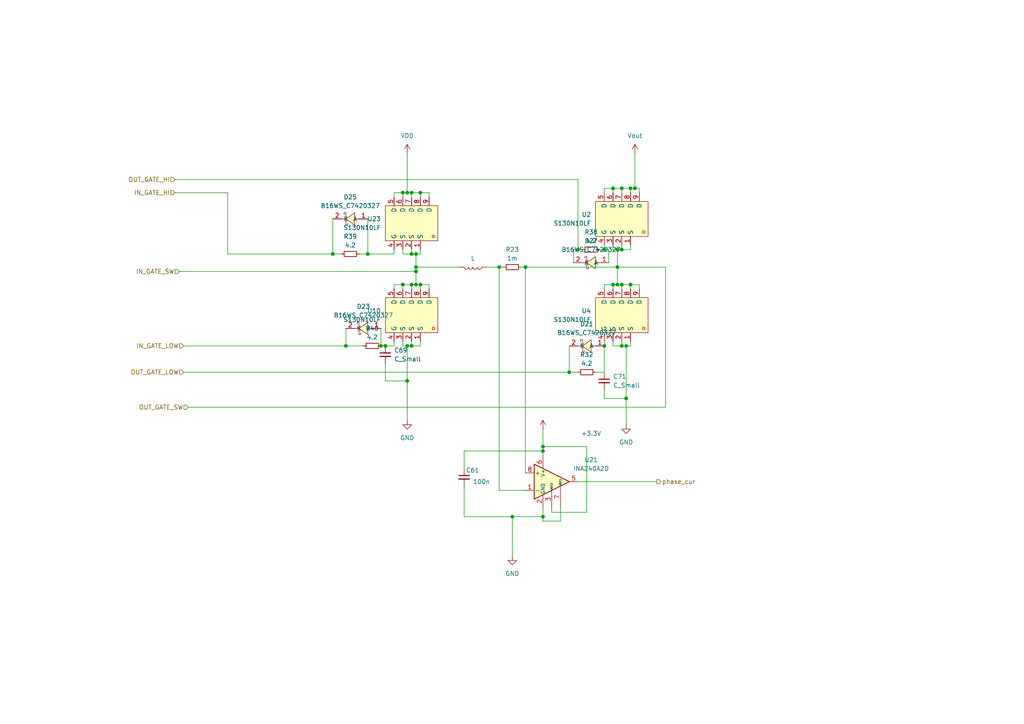
<source format=kicad_sch>
(kicad_sch (version 20231120) (generator "eeschema") (generator_version "8.0")
  (paper "A4")
  (lib_symbols
    (symbol "Amplifier_Current:INA240A2D" (pin_names (offset 0.127))
      (property "Reference" "U" (at 3.81 3.81 0))
      (property "Value" "INA240A2D" (at 3.81 -2.54 0))
      (symbol "INA240A2D_0_1"
        (polyline (pts (xy 5.08 0) (xy -5.08 5.08) (xy -5.08 -5.08) (xy 5.08 0)) (stroke (width 0.254)) (fill (type background)))
      )
      (symbol "INA240A2D_1_1"
        (pin input line (at -7.62 -2.54 0) (length 2.54) (name "-") (number "1"))
        (pin power_in line (at -2.54 -7.62 90) (length 3.81) (name "GND") (number "2"))
        (pin passive line (at 0 -7.62 90) (length 5.08) (name "REF2") (number "3"))
        (pin passive line (at -2.54 -7.62 90) (length 3.81) hide (name "GND") (number "4"))
        (pin output line (at 7.62 0 180) (length 2.54) (name "~") (number "5"))
        (pin power_in line (at -2.54 7.62 270) (length 3.81) (name "V+") (number "6"))
        (pin passive line (at 2.54 -7.62 90) (length 6.35) (name "REF1") (number "7"))
        (pin input line (at -7.62 2.54 0) (length 2.54) (name "+") (number "8"))
      )
    )
    (symbol "Device:C_Small" (pin_numbers hide) (pin_names (offset 0.254) hide)
      (property "Reference" "C" (at 0.254 1.778 0))
      (property "Value" "C_Small" (at 0.254 -2.032 0))
      (symbol "C_Small_0_1"
        (polyline (pts (xy -1.524 -0.508) (xy 1.524 -0.508)) (stroke (width 0.3302)))
        (polyline (pts (xy -1.524 0.508) (xy 1.524 0.508)) (stroke (width 0.3048)))
      )
      (symbol "C_Small_1_1"
        (pin passive line (at 0 2.54 270) (length 2.032) (name "~") (number "1"))
        (pin passive line (at 0 -2.54 90) (length 2.032) (name "~") (number "2"))
      )
    )
    (symbol "Device:L" (pin_numbers hide) (pin_names (offset 1.016) hide)
      (property "Reference" "L" (at -1.27 0 90))
      (property "Value" "L" (at 1.905 0 90))
      (symbol "L_0_1"
        (arc (start 0 -2.54) (mid 0.6323 -1.905) (end 0 -1.27))
        (arc (start 0 -1.27) (mid 0.6323 -0.635) (end 0 0))
        (arc (start 0 0) (mid 0.6323 0.635) (end 0 1.27))
        (arc (start 0 1.27) (mid 0.6323 1.905) (end 0 2.54))
      )
      (symbol "L_1_1"
        (pin passive line (at 0 3.81 270) (length 1.27) (name "1") (number "1"))
        (pin passive line (at 0 -3.81 90) (length 1.27) (name "2") (number "2"))
      )
    )
    (symbol "Device:R_Small" (pin_numbers hide) (pin_names (offset 0.254) hide)
      (property "Reference" "R" (at 0.762 0.508 0))
      (property "Value" "R_Small" (at 0.762 -1.016 0))
      (symbol "R_Small_0_1"
        (rectangle (start -0.762 1.778) (end 0.762 -1.778) (stroke (width 0.2032)))
      )
      (symbol "R_Small_1_1"
        (pin passive line (at 0 2.54 270) (length 0.762) (name "~") (number "1"))
        (pin passive line (at 0 -2.54 90) (length 0.762) (name "~") (number "2"))
      )
    )
    (symbol "easyeda2kicad:B16WS_C7420327"
      (property "Reference" "D" (at 0 5.08 0))
      (property "Value" "B16WS_C7420327" (at 0 -5.08 0))
      (symbol "B16WS_C7420327_0_1"
        (polyline (pts (xy -2.54 0) (xy -1.27 0)))
        (polyline (pts (xy 1.27 0) (xy 2.54 0)))
        (polyline (pts (xy -1.27 -1.78) (xy 1.27 0) (xy -1.27 1.78) (xy -1.27 -1.78)) (fill (type background)))
        (polyline (pts (xy 1.78 -1.27) (xy 1.78 -1.78) (xy 1.27 -1.78) (xy 1.27 1.78) (xy 0.76 1.78) (xy 0.76 1.27)))
        (pin unspecified line (at -5.08 0 0) (length 2.54) (name "A") (number "1"))
        (pin unspecified line (at 5.08 0 180) (length 2.54) (name "K") (number "2"))
      )
    )
    (symbol "easyeda2kicad:S130N10LF"
      (property "Reference" "U" (at 0 10.16 0))
      (property "Value" "S130N10LF" (at 0 -10.16 0))
      (symbol "S130N10LF_0_1"
        (rectangle (start -5.08 7.62) (end 5.08 -7.62) (fill (type background)))
        (circle (center -3.81 6.35) (radius 0.38))
        (pin unspecified line (at -7.62 2.54 0) (length 2.54) (name "S") (number "1"))
        (pin unspecified line (at -7.62 0 0) (length 2.54) (name "S") (number "2"))
        (pin unspecified line (at -7.62 -2.54 0) (length 2.54) (name "S") (number "3"))
        (pin unspecified line (at -7.62 -5.08 0) (length 2.54) (name "G") (number "4"))
        (pin unspecified line (at 7.62 -5.08 180) (length 2.54) (name "D") (number "5"))
        (pin unspecified line (at 7.62 -2.54 180) (length 2.54) (name "D") (number "6"))
        (pin unspecified line (at 7.62 0 180) (length 2.54) (name "D") (number "7"))
        (pin unspecified line (at 7.62 2.54 180) (length 2.54) (name "D") (number "8"))
        (pin unspecified line (at 7.62 5.08 180) (length 2.54) (name "D") (number "9"))
      )
    )
    (symbol "power:+3.3V" (power) (pin_numbers hide) (pin_names (offset 0) hide)
      (property "Value" "+3.3V" (at 0 3.556 0))
      (symbol "+3.3V_0_1"
        (polyline (pts (xy -0.762 1.27) (xy 0 2.54)))
        (polyline (pts (xy 0 0) (xy 0 2.54)))
        (polyline (pts (xy 0 2.54) (xy 0.762 1.27)))
      )
      (symbol "+3.3V_1_1"
        (pin power_in line (at 0 0 90) (length 0) (name "~") (number "1"))
      )
    )
    (symbol "power:GND" (power) (pin_numbers hide) (pin_names (offset 0) hide)
      (property "Value" "GND" (at 0 -3.81 0))
      (symbol "GND_0_1"
        (polyline (pts (xy 0 0) (xy 0 -1.27) (xy 1.27 -1.27) (xy 0 -2.54) (xy -1.27 -1.27) (xy 0 -1.27)))
      )
      (symbol "GND_1_1"
        (pin power_in line (at 0 0 270) (length 0) (name "~") (number "1"))
      )
    )
    (symbol "power:VBUS" (power) (pin_numbers hide) (pin_names (offset 0) hide)
      (property "Value" "VBUS" (at 0 3.556 0))
      (symbol "VBUS_0_1"
        (polyline (pts (xy -0.762 1.27) (xy 0 2.54)))
        (polyline (pts (xy 0 0) (xy 0 2.54)))
        (polyline (pts (xy 0 2.54) (xy 0.762 1.27)))
      )
      (symbol "VBUS_1_1"
        (pin power_in line (at 0 0 90) (length 0) (name "~") (number "1"))
      )
    )
    (symbol "power:VDD" (power) (pin_numbers hide) (pin_names (offset 0) hide)
      (property "Value" "VDD" (at 0 3.556 0))
      (symbol "VDD_0_1"
        (polyline (pts (xy -0.762 1.27) (xy 0 2.54)))
        (polyline (pts (xy 0 0) (xy 0 2.54)))
        (polyline (pts (xy 0 2.54) (xy 0.762 1.27)))
      )
      (symbol "VDD_1_1"
        (pin power_in line (at 0 0 90) (length 0) (name "~") (number "1"))
      )
    )
  )
  (junction (at 118.11 100.33))
  (junction (at 100.33 100.33))
  (junction (at 179.07 77.47))
  (junction (at 177.8 54.61))
  (junction (at 119.38 100.33))
  (junction (at 120.65 82.55))
  (junction (at 120.65 78.74))
  (junction (at 106.68 73.66))
  (junction (at 179.07 82.55))
  (junction (at 167.64 72.39))
  (junction (at 179.07 72.39))
  (junction (at 181.61 100.33))
  (junction (at 116.84 55.88))
  (junction (at 184.15 54.61))
  (junction (at 119.38 55.88))
  (junction (at 175.26 100.33))
  (junction (at 118.11 55.88))
  (junction (at 180.34 72.39))
  (junction (at 96.52 73.66))
  (junction (at 180.34 82.55))
  (junction (at 180.34 100.33))
  (junction (at 111.76 100.33))
  (junction (at 144.78 77.47))
  (junction (at 148.59 149.86))
  (junction (at 120.65 77.47))
  (junction (at 165.1 107.95))
  (junction (at 181.61 115.57))
  (junction (at 175.26 72.39))
  (junction (at 152.4 77.47))
  (junction (at 157.48 129.54))
  (junction (at 177.8 82.55))
  (junction (at 157.48 149.86))
  (junction (at 116.84 82.55))
  (junction (at 119.38 73.66))
  (junction (at 121.92 55.88))
  (junction (at 182.88 82.55))
  (junction (at 182.88 54.61))
  (junction (at 157.48 130.81))
  (junction (at 180.34 54.61))
  (junction (at 110.49 100.33))
  (junction (at 118.11 110.49))
  (junction (at 121.92 82.55))
  (junction (at 120.65 73.66))
  (junction (at 119.38 82.55))
  (wire (pts (xy 119.38 57.15) (xy 119.38 55.88)))
  (wire (pts (xy 111.76 105.41) (xy 111.76 110.49)))
  (wire (pts (xy 144.78 77.47) (xy 146.05 77.47)))
  (wire (pts (xy 144.78 77.47) (xy 144.78 142.24)))
  (wire (pts (xy 179.07 77.47) (xy 179.07 82.55)))
  (wire (pts (xy 120.65 78.74) (xy 120.65 82.55)))
  (wire (pts (xy 181.61 100.33) (xy 181.61 115.57)))
  (wire (pts (xy 119.38 100.33) (xy 119.38 99.06)))
  (wire (pts (xy 175.26 100.33) (xy 175.26 107.95)))
  (wire (pts (xy 182.88 71.12) (xy 182.88 72.39)))
  (wire (pts (xy 175.26 71.12) (xy 175.26 72.39)))
  (wire (pts (xy 118.11 100.33) (xy 118.11 110.49)))
  (wire (pts (xy 180.34 72.39) (xy 180.34 71.12)))
  (wire (pts (xy 52.07 78.74) (xy 120.65 78.74)))
  (wire (pts (xy 179.07 72.39) (xy 179.07 77.47)))
  (wire (pts (xy 182.88 72.39) (xy 180.34 72.39)))
  (wire (pts (xy 175.26 72.39) (xy 173.99 72.39)))
  (wire (pts (xy 177.8 72.39) (xy 179.07 72.39)))
  (wire (pts (xy 177.8 82.55) (xy 177.8 83.82)))
  (wire (pts (xy 119.38 83.82) (xy 119.38 82.55)))
  (wire (pts (xy 180.34 55.88) (xy 180.34 54.61)))
  (wire (pts (xy 167.64 139.7) (xy 190.5 139.7)))
  (wire (pts (xy 175.26 113.03) (xy 175.26 115.57)))
  (wire (pts (xy 179.07 82.55) (xy 180.34 82.55)))
  (wire (pts (xy 157.48 129.54) (xy 157.48 130.81)))
  (wire (pts (xy 116.84 55.88) (xy 116.84 57.15)))
  (wire (pts (xy 114.3 72.39) (xy 114.3 73.66)))
  (wire (pts (xy 175.26 99.06) (xy 175.26 100.33)))
  (wire (pts (xy 144.78 142.24) (xy 152.4 142.24)))
  (wire (pts (xy 116.84 100.33) (xy 118.11 100.33)))
  (wire (pts (xy 157.48 130.81) (xy 157.48 132.08)))
  (wire (pts (xy 160.02 147.32) (xy 160.02 148.59)))
  (wire (pts (xy 120.65 73.66) (xy 120.65 77.47)))
  (wire (pts (xy 120.65 77.47) (xy 133.35 77.47)))
  (wire (pts (xy 134.62 140.97) (xy 134.62 149.86)))
  (wire (pts (xy 116.84 82.55) (xy 116.84 83.82)))
  (wire (pts (xy 120.65 73.66) (xy 119.38 73.66)))
  (wire (pts (xy 121.92 57.15) (xy 121.92 55.88)))
  (wire (pts (xy 177.8 71.12) (xy 177.8 72.39)))
  (wire (pts (xy 177.8 54.61) (xy 180.34 54.61)))
  (wire (pts (xy 166.37 72.39) (xy 166.37 76.2)))
  (wire (pts (xy 152.4 77.47) (xy 152.4 137.16)))
  (wire (pts (xy 110.49 95.25) (xy 110.49 100.33)))
  (wire (pts (xy 119.38 55.88) (xy 118.11 55.88)))
  (wire (pts (xy 124.46 83.82) (xy 124.46 82.55)))
  (wire (pts (xy 177.8 100.33) (xy 180.34 100.33)))
  (wire (pts (xy 152.4 77.47) (xy 179.07 77.47)))
  (wire (pts (xy 151.13 77.47) (xy 152.4 77.47)))
  (wire (pts (xy 175.26 82.55) (xy 177.8 82.55)))
  (wire (pts (xy 116.84 99.06) (xy 116.84 100.33)))
  (wire (pts (xy 175.26 115.57) (xy 181.61 115.57)))
  (wire (pts (xy 119.38 82.55) (xy 116.84 82.55)))
  (wire (pts (xy 172.72 107.95) (xy 175.26 107.95)))
  (wire (pts (xy 175.26 54.61) (xy 177.8 54.61)))
  (wire (pts (xy 148.59 149.86) (xy 157.48 149.86)))
  (wire (pts (xy 121.92 100.33) (xy 119.38 100.33)))
  (wire (pts (xy 157.48 149.86) (xy 157.48 147.32)))
  (wire (pts (xy 121.92 82.55) (xy 124.46 82.55)))
  (wire (pts (xy 182.88 82.55) (xy 185.42 82.55)))
  (wire (pts (xy 162.56 147.32) (xy 162.56 151.13)))
  (wire (pts (xy 165.1 107.95) (xy 167.64 107.95)))
  (wire (pts (xy 182.88 55.88) (xy 182.88 54.61)))
  (wire (pts (xy 120.65 77.47) (xy 120.65 78.74)))
  (wire (pts (xy 170.18 148.59) (xy 170.18 129.54)))
  (wire (pts (xy 193.04 118.11) (xy 193.04 77.47)))
  (wire (pts (xy 124.46 55.88) (xy 121.92 55.88)))
  (wire (pts (xy 181.61 115.57) (xy 181.61 123.19)))
  (wire (pts (xy 175.26 55.88) (xy 175.26 54.61)))
  (wire (pts (xy 176.53 76.2) (xy 176.53 72.39)))
  (wire (pts (xy 134.62 130.81) (xy 157.48 130.81)))
  (wire (pts (xy 106.68 73.66) (xy 114.3 73.66)))
  (wire (pts (xy 50.8 55.88) (xy 66.04 55.88)))
  (wire (pts (xy 182.88 99.06) (xy 182.88 100.33)))
  (wire (pts (xy 176.53 72.39) (xy 175.26 72.39)))
  (wire (pts (xy 175.26 83.82) (xy 175.26 82.55)))
  (wire (pts (xy 177.8 82.55) (xy 179.07 82.55)))
  (wire (pts (xy 106.68 63.5) (xy 106.68 73.66)))
  (wire (pts (xy 114.3 82.55) (xy 116.84 82.55)))
  (wire (pts (xy 184.15 44.45) (xy 184.15 54.61)))
  (wire (pts (xy 50.8 52.07) (xy 167.64 52.07)))
  (wire (pts (xy 180.34 82.55) (xy 182.88 82.55)))
  (wire (pts (xy 66.04 73.66) (xy 96.52 73.66)))
  (wire (pts (xy 121.92 99.06) (xy 121.92 100.33)))
  (wire (pts (xy 157.48 151.13) (xy 157.48 149.86)))
  (wire (pts (xy 182.88 54.61) (xy 180.34 54.61)))
  (wire (pts (xy 53.34 107.95) (xy 165.1 107.95)))
  (wire (pts (xy 119.38 73.66) (xy 119.38 72.39)))
  (wire (pts (xy 134.62 149.86) (xy 148.59 149.86)))
  (wire (pts (xy 66.04 73.66) (xy 66.04 55.88)))
  (wire (pts (xy 134.62 130.81) (xy 134.62 135.89)))
  (wire (pts (xy 118.11 110.49) (xy 118.11 121.92)))
  (wire (pts (xy 96.52 63.5) (xy 96.52 73.66)))
  (wire (pts (xy 121.92 55.88) (xy 119.38 55.88)))
  (wire (pts (xy 121.92 83.82) (xy 121.92 82.55)))
  (wire (pts (xy 157.48 124.46) (xy 157.48 129.54)))
  (wire (pts (xy 160.02 148.59) (xy 170.18 148.59)))
  (wire (pts (xy 181.61 100.33) (xy 182.88 100.33)))
  (wire (pts (xy 120.65 82.55) (xy 119.38 82.55)))
  (wire (pts (xy 100.33 100.33) (xy 105.41 100.33)))
  (wire (pts (xy 148.59 149.86) (xy 148.59 161.29)))
  (wire (pts (xy 170.18 129.54) (xy 157.48 129.54)))
  (wire (pts (xy 121.92 72.39) (xy 121.92 73.66)))
  (wire (pts (xy 114.3 57.15) (xy 114.3 55.88)))
  (wire (pts (xy 53.34 100.33) (xy 100.33 100.33)))
  (wire (pts (xy 185.42 54.61) (xy 184.15 54.61)))
  (wire (pts (xy 118.11 55.88) (xy 116.84 55.88)))
  (wire (pts (xy 177.8 99.06) (xy 177.8 100.33)))
  (wire (pts (xy 110.49 100.33) (xy 111.76 100.33)))
  (wire (pts (xy 121.92 82.55) (xy 120.65 82.55)))
  (wire (pts (xy 165.1 100.33) (xy 165.1 107.95)))
  (wire (pts (xy 54.61 118.11) (xy 193.04 118.11)))
  (wire (pts (xy 118.11 100.33) (xy 119.38 100.33)))
  (wire (pts (xy 167.64 52.07) (xy 167.64 72.39)))
  (wire (pts (xy 116.84 72.39) (xy 116.84 73.66)))
  (wire (pts (xy 182.88 82.55) (xy 182.88 83.82)))
  (wire (pts (xy 185.42 55.88) (xy 185.42 54.61)))
  (wire (pts (xy 114.3 55.88) (xy 116.84 55.88)))
  (wire (pts (xy 162.56 151.13) (xy 157.48 151.13)))
  (wire (pts (xy 114.3 83.82) (xy 114.3 82.55)))
  (wire (pts (xy 180.34 82.55) (xy 180.34 83.82)))
  (wire (pts (xy 180.34 100.33) (xy 180.34 99.06)))
  (wire (pts (xy 167.64 72.39) (xy 168.91 72.39)))
  (wire (pts (xy 124.46 57.15) (xy 124.46 55.88)))
  (wire (pts (xy 100.33 95.25) (xy 100.33 100.33)))
  (wire (pts (xy 185.42 82.55) (xy 185.42 83.82)))
  (wire (pts (xy 121.92 73.66) (xy 120.65 73.66)))
  (wire (pts (xy 111.76 100.33) (xy 114.3 100.33)))
  (wire (pts (xy 114.3 99.06) (xy 114.3 100.33)))
  (wire (pts (xy 177.8 54.61) (xy 177.8 55.88)))
  (wire (pts (xy 140.97 77.47) (xy 144.78 77.47)))
  (wire (pts (xy 96.52 73.66) (xy 99.06 73.66)))
  (wire (pts (xy 118.11 44.45) (xy 118.11 55.88)))
  (wire (pts (xy 104.14 73.66) (xy 106.68 73.66)))
  (wire (pts (xy 184.15 54.61) (xy 182.88 54.61)))
  (wire (pts (xy 179.07 77.47) (xy 193.04 77.47)))
  (wire (pts (xy 180.34 100.33) (xy 181.61 100.33)))
  (wire (pts (xy 111.76 110.49) (xy 118.11 110.49)))
  (wire (pts (xy 180.34 72.39) (xy 179.07 72.39)))
  (wire (pts (xy 116.84 73.66) (xy 119.38 73.66)))
  (wire (pts (xy 167.64 72.39) (xy 166.37 72.39)))
  (hierarchical_label "OUT_GATE_HI" (shape input) (at 50.8 52.07 180))
  (hierarchical_label "OUT_GATE_LOW" (shape input) (at 53.34 107.95 180))
  (hierarchical_label "phase_cur" (shape output) (at 190.5 139.7 0))
  (hierarchical_label "IN_GATE_LOW" (shape input) (at 53.34 100.33 180))
  (hierarchical_label "IN_GATE_HI" (shape input) (at 50.8 55.88 180))
  (hierarchical_label "IN_GATE_SW" (shape input) (at 52.07 78.74 180))
  (hierarchical_label "OUT_GATE_SW" (shape input) (at 54.61 118.11 180))
  (symbol (lib_id "Device:C_Small") (at 111.76 102.87 0) (unit 1)
    (property "Reference" "C69" (at 114.3 101.6062 0) (effects (justify left)))
    (property "Value" "C_Small" (at 114.3 104.1462 0) (effects (justify left)))
    (property "Footprint" "Capacitor_SMD:C_0402_1005Metric" (effects (hide yes)))
    (property "Description" "Unpolarized capacitor, small symbol" (effects (hide yes)))
    (instances (project "" (path "" (reference "C69") (unit 1)) (path "" (reference "C68") (unit 1))))
  )
  (symbol (lib_id "easyeda2kicad:S130N10LF") (at 119.38 64.77 270) (mirror x) (unit 1)
    (property "Reference" "U23" (at 110.49 63.4999 90) (effects (justify right)))
    (property "Value" "S130N10LF" (at 110.49 66.0399 90) (effects (justify right)))
    (property "Footprint" "easyeda2kicad:TDFN-8_L5.9-W5.2-P1.27-LS6.2-BL" (effects (hide yes)))
    (property "LCSC Part" "C19100375" (effects (hide yes)))
    (instances (project "MPPT_V2" (path "" (reference "U23") (unit 1)) (path "" (reference "U22") (unit 1))))
  )
  (symbol (lib_id "Device:R_Small") (at 170.18 107.95 90) (unit 1)
    (property "Reference" "R32" (at 170.18 102.87 90))
    (property "Value" "4.2" (at 170.18 105.41 90))
    (property "Footprint" "Resistor_SMD:R_0603_1608Metric" (effects (hide yes)))
    (property "Description" "Resistor, small symbol" (effects (hide yes)))
    (instances (project "MPPT_V2" (path "" (reference "R32") (unit 1)) (path "" (reference "R31") (unit 1))))
  )
  (symbol (lib_id "Amplifier_Current:INA240A2D") (at 160.02 139.7 0) (unit 1)
    (property "Reference" "U21" (at 171.45 133.3814 0))
    (property "Value" "INA240A2D" (at 171.45 135.9214 0))
    (property "Footprint" "Package_SO:SOIC-8_3.9x4.9mm_P1.27mm" (effects (hide yes)))
    (property "Datasheet" "http://www.ti.com/lit/ds/symlink/ina240.pdf" (effects (hide yes)))
    (property "Description" "High- and Low-Side, Bidirectional, Zero-Drift, Current-Sense Amplifier With Enhanced PWM Rejection, 50V/V, SOIC-8" (effects (hide yes)))
    (instances (project "MPPT_V2" (path "" (reference "U21") (unit 1)) (path "" (reference "U18") (unit 1))))
  )
  (symbol (lib_id "Device:R_Small") (at 101.6 73.66 90) (unit 1)
    (property "Reference" "R39" (at 101.6 68.58 90))
    (property "Value" "4.2" (at 101.6 71.12 90))
    (property "Footprint" "Resistor_SMD:R_0603_1608Metric" (effects (hide yes)))
    (property "Description" "Resistor, small symbol" (effects (hide yes)))
    (instances (project "MPPT_V2" (path "" (reference "R39") (unit 1)) (path "" (reference "R21") (unit 1))))
  )
  (symbol (lib_id "easyeda2kicad:S130N10LF") (at 119.38 91.44 270) (mirror x) (unit 1)
    (property "Reference" "U10" (at 110.49 90.1699 90) (effects (justify right)))
    (property "Value" "S130N10LF" (at 110.49 92.7099 90) (effects (justify right)))
    (property "Footprint" "easyeda2kicad:TDFN-8_L5.9-W5.2-P1.27-LS6.2-BL" (effects (hide yes)))
    (property "LCSC Part" "C19100375" (effects (hide yes)))
    (instances (project "MPPT_V2" (path "" (reference "U10") (unit 1)) (path "" (reference "U9") (unit 1))))
  )
  (symbol (lib_id "Device:R_Small") (at 171.45 72.39 90) (unit 1)
    (property "Reference" "R38" (at 171.45 67.31 90))
    (property "Value" "4.2" (at 171.45 69.85 90))
    (property "Footprint" "Resistor_SMD:R_0603_1608Metric" (effects (hide yes)))
    (property "Description" "Resistor, small symbol" (effects (hide yes)))
    (instances (project "MPPT_V2" (path "" (reference "R38") (unit 1)) (path "" (reference "R33") (unit 1))))
  )
  (symbol (lib_id "power:VBUS") (at 184.15 44.45 0) (unit 1)
    (property "Reference" "#PWR0105" (effects (hide yes)))
    (property "Value" "Vout" (at 184.15 39.37 0))
    (property "Description" "Power symbol creates a global label with name \"VBUS\"" (effects (hide yes)))
    (instances (project "MPPT_V2" (path "" (reference "#PWR0105") (unit 1)) (path "" (reference "#PWR081") (unit 1))))
  )
  (symbol (lib_id "Device:C_Small") (at 175.26 110.49 0) (unit 1)
    (property "Reference" "C71" (at 177.8 109.2262 0) (effects (justify left)))
    (property "Value" "C_Small" (at 177.8 111.7662 0) (effects (justify left)))
    (property "Footprint" "Capacitor_SMD:C_0402_1005Metric" (effects (hide yes)))
    (property "Description" "Unpolarized capacitor, small symbol" (effects (hide yes)))
    (instances (project "MPPT_V2" (path "" (reference "C71") (unit 1)) (path "" (reference "C70") (unit 1))))
  )
  (symbol (lib_id "easyeda2kicad:S130N10LF") (at 180.34 63.5 270) (mirror x) (unit 1)
    (property "Reference" "U2" (at 171.45 62.2299 90) (effects (justify right)))
    (property "Value" "S130N10LF" (at 171.45 64.7699 90) (effects (justify right)))
    (property "Footprint" "easyeda2kicad:TDFN-8_L5.9-W5.2-P1.27-LS6.2-BL" (effects (hide yes)))
    (property "LCSC Part" "C19100375" (effects (hide yes)))
    (instances (project "MPPT_V2" (path "" (reference "U2") (unit 1)) (path "" (reference "U1") (unit 1))))
  )
  (symbol (lib_id "power:GND") (at 118.11 121.92 0) (unit 1)
    (property "Reference" "#PWR0111" (effects (hide yes)))
    (property "Value" "GND" (at 118.11 127 0))
    (property "Description" "Power symbol creates a global label with name \"GND\" , ground" (effects (hide yes)))
    (instances (project "MPPT_V2" (path "" (reference "#PWR0111") (unit 1)) (path "" (reference "#PWR0100") (unit 1))))
  )
  (symbol (lib_id "Device:R_Small") (at 107.95 100.33 90) (unit 1)
    (property "Reference" "R40" (at 107.95 95.25 90))
    (property "Value" "4.2" (at 107.95 97.79 90))
    (property "Footprint" "Resistor_SMD:R_0603_1608Metric" (effects (hide yes)))
    (property "Description" "Resistor, small symbol" (effects (hide yes)))
    (instances (project "MPPT_V2" (path "" (reference "R40") (unit 1)) (path "" (reference "R22") (unit 1))))
  )
  (symbol (lib_id "Device:C_Small") (at 134.62 138.43 0) (unit 1)
    (property "Reference" "C61" (at 135.128 136.398 0) (effects (justify left)))
    (property "Value" "100n" (at 137.16 139.7062 0) (effects (justify left)))
    (property "Footprint" "Capacitor_SMD:C_0402_1005Metric" (effects (hide yes)))
    (property "Description" "Unpolarized capacitor, small symbol" (effects (hide yes)))
    (instances (project "MPPT_V2" (path "" (reference "C61") (unit 1)) (path "" (reference "C13") (unit 1))))
  )
  (symbol (lib_id "easyeda2kicad:B16WS_C7420327") (at 171.45 76.2 180) (unit 1)
    (property "Reference" "D27" (at 171.45 69.85 0))
    (property "Value" "B16WS_C7420327" (at 171.45 72.39 0))
    (property "Footprint" "easyeda2kicad:SOD-323_L1.7-W1.3-LS2.5-FD" (effects (hide yes)))
    (property "LCSC Part" "C7420327" (effects (hide yes)))
    (instances (project "MPPT_V3" (path "" (reference "D27") (unit 1)) (path "" (reference "D26") (unit 1))))
  )
  (symbol (lib_id "easyeda2kicad:S130N10LF") (at 180.34 91.44 270) (mirror x) (unit 1)
    (property "Reference" "U4" (at 171.45 90.1699 90) (effects (justify right)))
    (property "Value" "S130N10LF" (at 171.45 92.7099 90) (effects (justify right)))
    (property "Footprint" "easyeda2kicad:TDFN-8_L5.9-W5.2-P1.27-LS6.2-BL" (effects (hide yes)))
    (property "LCSC Part" "C19100375" (effects (hide yes)))
    (instances (project "MPPT_V2" (path "" (reference "U4") (unit 1)) (path "" (reference "U3") (unit 1))))
  )
  (symbol (lib_id "power:GND") (at 148.59 161.29 0) (unit 1)
    (property "Reference" "#PWR0101" (effects (hide yes)))
    (property "Value" "GND" (at 148.59 166.37 0))
    (property "Description" "Power symbol creates a global label with name \"GND\" , ground" (effects (hide yes)))
    (instances (project "MPPT_V2" (path "" (reference "#PWR0101") (unit 1)) (path "" (reference "#PWR080") (unit 1))))
  )
  (symbol (lib_id "Device:L") (at 137.16 77.47 270) (unit 1)
    (property "Reference" "L8" (effects (hide yes)))
    (property "Value" "L" (at 137.16 74.93 90))
    (property "Footprint" "easyeda2kicad:33x10mm toroid" (effects (hide yes)))
    (property "Description" "Inductor" (effects (hide yes)))
    (instances (project "" (path "" (reference "L8") (unit 1)) (path "" (reference "L7") (unit 1))))
  )
  (symbol (lib_id "easyeda2kicad:B16WS_C7420327") (at 101.6 63.5 180) (unit 1)
    (property "Reference" "D25" (at 101.6 57.15 0))
    (property "Value" "B16WS_C7420327" (at 101.6 59.69 0))
    (property "Footprint" "easyeda2kicad:SOD-323_L1.7-W1.3-LS2.5-FD" (effects (hide yes)))
    (property "LCSC Part" "C7420327" (effects (hide yes)))
    (instances (project "MPPT_V3" (path "" (reference "D25") (unit 1)) (path "" (reference "D24") (unit 1))))
  )
  (symbol (lib_id "power:+3.3V") (at 157.48 124.46 0) (unit 1)
    (property "Reference" "#PWR0102" (effects (hide yes)))
    (property "Value" "+3.3V" (at 171.45 125.73 0))
    (property "Description" "Power symbol creates a global label with name \"+3.3V\"" (effects (hide yes)))
    (instances (project "MPPT_V2" (path "" (reference "#PWR0102") (unit 1)) (path "" (reference "#PWR079") (unit 1))))
  )
  (symbol (lib_id "power:GND") (at 181.61 123.19 0) (unit 1)
    (property "Reference" "#PWR0113" (effects (hide yes)))
    (property "Value" "GND" (at 181.61 128.27 0))
    (property "Description" "Power symbol creates a global label with name \"GND\" , ground" (effects (hide yes)))
    (instances (project "MPPT_V2" (path "" (reference "#PWR0113") (unit 1)) (path "" (reference "#PWR0103") (unit 1))))
  )
  (symbol (lib_id "easyeda2kicad:B16WS_C7420327") (at 105.41 95.25 180) (unit 1)
    (property "Reference" "D23" (at 105.41 88.9 0))
    (property "Value" "B16WS_C7420327" (at 105.41 91.44 0))
    (property "Footprint" "easyeda2kicad:SOD-323_L1.7-W1.3-LS2.5-FD" (effects (hide yes)))
    (property "LCSC Part" "C7420327" (effects (hide yes)))
    (instances (project "MPPT_V3" (path "" (reference "D23") (unit 1)) (path "" (reference "D22") (unit 1))))
  )
  (symbol (lib_id "Device:R_Small") (at 148.59 77.47 90) (unit 1)
    (property "Reference" "R23" (at 148.59 72.39 90))
    (property "Value" "1m" (at 148.59 74.93 90))
    (property "Footprint" "Resistor_SMD:R_2512_6332Metric" (effects (hide yes)))
    (property "Description" "Resistor, small symbol" (effects (hide yes)))
    (instances (project "MPPT_V2" (path "" (reference "R23") (unit 1)) (path "" (reference "R8") (unit 1))))
  )
  (symbol (lib_id "power:VDD") (at 118.11 44.45 0) (unit 1)
    (property "Reference" "#PWR0112" (effects (hide yes)))
    (property "Value" "VDD" (at 118.11 39.37 0))
    (property "Description" "Power symbol creates a global label with name \"VDD\"" (effects (hide yes)))
    (instances (project "MPPT_V2" (path "" (reference "#PWR0112") (unit 1)) (path "" (reference "#PWR099") (unit 1))))
  )
  (symbol (lib_id "easyeda2kicad:B16WS_C7420327") (at 170.18 100.33 180) (unit 1)
    (property "Reference" "D21" (at 170.18 93.98 0))
    (property "Value" "B16WS_C7420327" (at 170.18 96.52 0))
    (property "Footprint" "easyeda2kicad:SOD-323_L1.7-W1.3-LS2.5-FD" (effects (hide yes)))
    (property "LCSC Part" "C7420327" (effects (hide yes)))
    (instances (project "MPPT_V3" (path "" (reference "D21") (unit 1)) (path "" (reference "D20") (unit 1))))
  )
)
</source>
